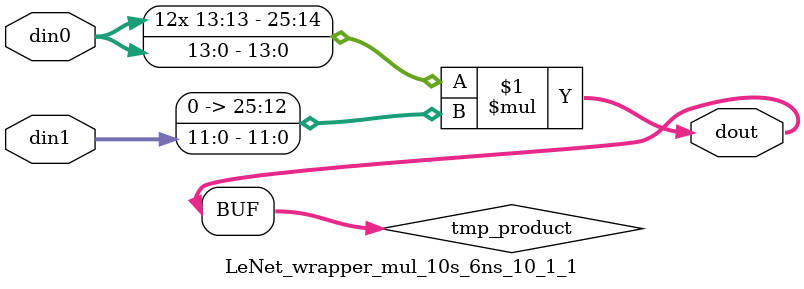
<source format=v>

`timescale 1 ns / 1 ps

  module LeNet_wrapper_mul_10s_6ns_10_1_1(din0, din1, dout);
parameter ID = 1;
parameter NUM_STAGE = 0;
parameter din0_WIDTH = 14;
parameter din1_WIDTH = 12;
parameter dout_WIDTH = 26;

input [din0_WIDTH - 1 : 0] din0; 
input [din1_WIDTH - 1 : 0] din1; 
output [dout_WIDTH - 1 : 0] dout;

wire signed [dout_WIDTH - 1 : 0] tmp_product;












assign tmp_product = $signed(din0) * $signed({1'b0, din1});









assign dout = tmp_product;







endmodule

</source>
